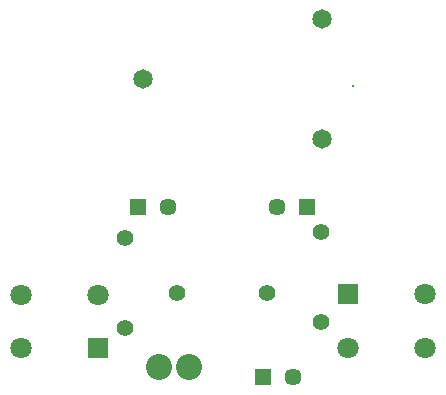
<source format=gts>
G04*
G04 #@! TF.GenerationSoftware,Altium Limited,Altium Designer,24.6.1 (21)*
G04*
G04 Layer_Color=8388736*
%FSLAX44Y44*%
%MOMM*%
G71*
G04*
G04 #@! TF.SameCoordinates,2E3D242D-4B2C-4A0A-BB91-E4F699BAA1E9*
G04*
G04*
G04 #@! TF.FilePolarity,Negative*
G04*
G01*
G75*
%ADD15C,2.2032*%
%ADD16C,1.8032*%
%ADD17R,1.8032X1.8032*%
%ADD18C,1.4032*%
%ADD19C,1.4500*%
%ADD20R,1.4500X1.4500*%
%ADD21C,1.6412*%
%ADD22C,0.2032*%
D15*
X-27750Y-207250D02*
D03*
X-53150D02*
D03*
D16*
X-170000Y-146750D02*
D03*
X-105000D02*
D03*
X-170000Y-191750D02*
D03*
X171500Y-191000D02*
D03*
X106500D02*
D03*
X171500Y-146000D02*
D03*
D17*
X-105000Y-191750D02*
D03*
X106500Y-146000D02*
D03*
D18*
X-37850Y-145000D02*
D03*
X38350D02*
D03*
X-82500Y-174100D02*
D03*
Y-97900D02*
D03*
X83750Y-169600D02*
D03*
Y-93400D02*
D03*
D19*
X60450Y-215986D02*
D03*
X-45550Y-72236D02*
D03*
X46300Y-72264D02*
D03*
D20*
X35050Y-215986D02*
D03*
X-70950Y-72236D02*
D03*
X71700Y-72264D02*
D03*
D21*
X-67250Y36250D02*
D03*
X84750Y-14750D02*
D03*
Y87250D02*
D03*
D22*
X110750Y30500D02*
D03*
M02*

</source>
